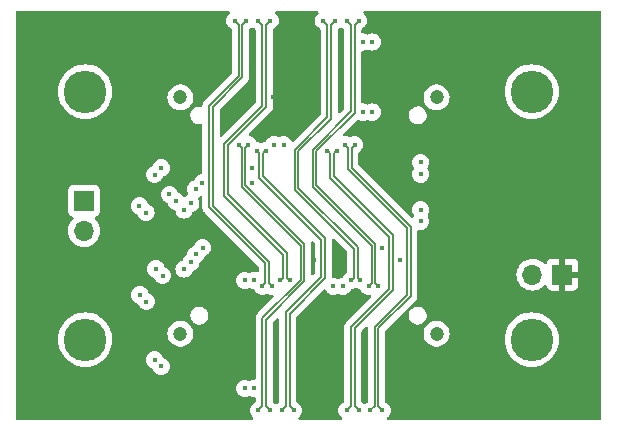
<source format=gbr>
%TF.GenerationSoftware,KiCad,Pcbnew,7.0.2-0*%
%TF.CreationDate,2023-05-25T20:57:36-04:00*%
%TF.ProjectId,szg-c2c-txr4,737a672d-6332-4632-9d74-7872342e6b69,A*%
%TF.SameCoordinates,Original*%
%TF.FileFunction,Copper,L2,Inr*%
%TF.FilePolarity,Positive*%
%FSLAX46Y46*%
G04 Gerber Fmt 4.6, Leading zero omitted, Abs format (unit mm)*
G04 Created by KiCad (PCBNEW 7.0.2-0) date 2023-05-25 20:57:36*
%MOMM*%
%LPD*%
G01*
G04 APERTURE LIST*
%TA.AperFunction,ComponentPad*%
%ADD10R,1.700000X1.700000*%
%TD*%
%TA.AperFunction,ComponentPad*%
%ADD11O,1.700000X1.700000*%
%TD*%
%TA.AperFunction,ComponentPad*%
%ADD12C,3.600000*%
%TD*%
%TA.AperFunction,ComponentPad*%
%ADD13C,1.200000*%
%TD*%
%TA.AperFunction,ViaPad*%
%ADD14C,0.450000*%
%TD*%
%TA.AperFunction,Conductor*%
%ADD15C,0.150000*%
%TD*%
G04 APERTURE END LIST*
D10*
%TO.N,GND*%
%TO.C,J4*%
X173500000Y-114500000D03*
D11*
%TO.N,/SS1*%
X170960000Y-114500000D03*
%TD*%
D12*
%TO.N,unconnected-(H1-Pad1)*%
%TO.C,H1*%
X133090000Y-99000000D03*
%TD*%
%TO.N,unconnected-(H2-Pad1)*%
%TO.C,H2*%
X170910000Y-99000000D03*
%TD*%
%TO.N,unconnected-(H4-Pad1)*%
%TO.C,H4*%
X170910000Y-120000000D03*
%TD*%
%TO.N,unconnected-(H3-Pad1)*%
%TO.C,H3*%
X133090000Y-120000000D03*
%TD*%
D13*
%TO.N,N/C*%
%TO.C,J1*%
X141155000Y-99500000D03*
X162845000Y-99500000D03*
%TD*%
%TO.N,N/C*%
%TO.C,J2*%
X162845000Y-119500000D03*
X141155000Y-119500000D03*
%TD*%
D10*
%TO.N,+5V*%
%TO.C,J3*%
X133000000Y-108250000D03*
D11*
%TO.N,/J2_5V*%
X133000000Y-110790000D03*
%TD*%
D14*
%TO.N,GND*%
X163500000Y-107500000D03*
X152250000Y-93000000D03*
X149750000Y-93000000D03*
X161500000Y-107000000D03*
X159500000Y-120000000D03*
X153250000Y-120000000D03*
X147250000Y-99500000D03*
X152500000Y-113250000D03*
X146500000Y-119500000D03*
X154250000Y-126000000D03*
X149250000Y-120000000D03*
X161250000Y-120000000D03*
X164500000Y-104000000D03*
X159750000Y-99000000D03*
X152750000Y-99500000D03*
X154500000Y-114250000D03*
X161250000Y-99000000D03*
X144750000Y-93000000D03*
X144250000Y-120000000D03*
X172500000Y-109000000D03*
X157250000Y-93000000D03*
X161500000Y-108000000D03*
X154750000Y-120000000D03*
X154750000Y-99500000D03*
X151750000Y-126000000D03*
X159250000Y-126000000D03*
X142750000Y-120000000D03*
X157500000Y-98750000D03*
X172500000Y-106000000D03*
X161500000Y-104000000D03*
X175750000Y-108500000D03*
X163500000Y-112010000D03*
X174000000Y-106250000D03*
X146750000Y-126000000D03*
X142750000Y-99000000D03*
X156750000Y-120000000D03*
X149000000Y-99500000D03*
%TO.N,/J2_RX1+*%
X156400000Y-115000000D03*
X154250000Y-93000000D03*
%TO.N,/J2_RX1-*%
X155600000Y-115000000D03*
X153250000Y-93000000D03*
%TO.N,/J2_RX3+*%
X150400000Y-115000000D03*
X148750000Y-93000000D03*
%TO.N,/J2_RX3-*%
X147750000Y-93000000D03*
X149600000Y-115000000D03*
%TO.N,/J2_RX2+*%
X146750000Y-93000000D03*
X148900000Y-115500000D03*
%TO.N,/J2_RX2-*%
X148100000Y-115500000D03*
X145750000Y-93000000D03*
%TO.N,/J1_RX0+*%
X147750000Y-126000000D03*
X146100000Y-103498408D03*
%TO.N,/J1_RX0-*%
X146900000Y-103498408D03*
X148750000Y-126000000D03*
%TO.N,/J1_RX1+*%
X149750000Y-126000000D03*
X147600000Y-103998408D03*
%TO.N,/J1_RX1-*%
X148400000Y-103998408D03*
X150750000Y-126000000D03*
%TO.N,/J1_RX3+*%
X153600000Y-103998408D03*
X155250000Y-126000000D03*
%TO.N,/J1_RX3-*%
X156250000Y-126000000D03*
X154400000Y-103998408D03*
%TO.N,/J1_RX2+*%
X157250000Y-126000000D03*
X155100000Y-103498408D03*
%TO.N,/J1_RX2-*%
X158250000Y-126000000D03*
X155900000Y-103498408D03*
%TO.N,/J2_REFCLK+*%
X154900000Y-115500000D03*
X161500000Y-109000000D03*
%TO.N,/J2_REFCLK-*%
X161500000Y-110000000D03*
X154100000Y-115500000D03*
%TO.N,/J1_REFCLK-*%
X149900000Y-103500000D03*
X161500000Y-106000000D03*
%TO.N,/J1_REFCLK+*%
X149100000Y-103500000D03*
X161500000Y-105000000D03*
%TO.N,/J2_RX0+*%
X156250000Y-93000000D03*
X157900000Y-115500000D03*
%TO.N,/J2_RX0-*%
X157100000Y-115500000D03*
X155250000Y-93000000D03*
%TO.N,/SCL*%
X147250000Y-106750000D03*
X159750000Y-113250000D03*
%TO.N,/SDA*%
X158250000Y-112250000D03*
X147250000Y-105500000D03*
%TO.N,/S0S1+*%
X138967157Y-106032843D03*
X139078135Y-114015502D03*
%TO.N,/S0S1-*%
X139643821Y-114581188D03*
X139532843Y-105467157D03*
%TO.N,/S2S4+*%
X143013040Y-106707916D03*
X143032843Y-112217157D03*
%TO.N,/S3S5+*%
X137678415Y-108682654D03*
X137717157Y-116217157D03*
%TO.N,/S2S4-*%
X142447354Y-107273602D03*
X142467157Y-112782843D03*
%TO.N,/S3S5-*%
X138282843Y-116782843D03*
X138244101Y-109248340D03*
%TO.N,/S6S8+*%
X142032843Y-108467157D03*
X142032843Y-113467157D03*
%TO.N,/S7S9+*%
X138967157Y-121717157D03*
X140217157Y-107717157D03*
%TO.N,/S6S8-*%
X141467157Y-109032843D03*
X141467157Y-114032843D03*
%TO.N,/S7S9-*%
X139532843Y-122282843D03*
X140782843Y-108282843D03*
%TO.N,/J2_C2P_CLK+*%
X147400000Y-124137046D03*
X156600000Y-100743729D03*
%TO.N,/J1_C2P_CLK+*%
X147400000Y-115000000D03*
X156600000Y-94816240D03*
%TO.N,/J2_C2P_CLK-*%
X146600000Y-124137046D03*
X157400000Y-100743729D03*
%TO.N,/J1_C2P_CLK-*%
X157400000Y-94816240D03*
X146600000Y-115000000D03*
%TD*%
D15*
%TO.N,/J2_RX1+*%
X151150000Y-107187866D02*
X151150000Y-104062134D01*
X153900001Y-93349999D02*
X154250000Y-93000000D01*
X151150000Y-104062134D02*
X153900001Y-101312133D01*
X156400000Y-115000000D02*
X156150000Y-114750000D01*
X153900001Y-101312133D02*
X153900001Y-93349999D01*
X156150000Y-114750000D02*
X156150000Y-112187866D01*
X156150000Y-112187866D02*
X151150000Y-107187866D01*
%TO.N,/J2_RX1-*%
X155600000Y-115000000D02*
X155850000Y-114750000D01*
X150850000Y-107312134D02*
X150850000Y-103937866D01*
X150850000Y-103937866D02*
X153599999Y-101187867D01*
X155850000Y-114750000D02*
X155850000Y-112312134D01*
X155850000Y-112312134D02*
X150850000Y-107312134D01*
X153599999Y-101187867D02*
X153599999Y-93349999D01*
X153599999Y-93349999D02*
X153250000Y-93000000D01*
%TO.N,/J2_RX3+*%
X145150000Y-103562134D02*
X148400001Y-100312133D01*
X150400000Y-115000000D02*
X150150001Y-114750001D01*
X150150001Y-112687867D02*
X145150000Y-107687866D01*
X150150001Y-114750001D02*
X150150001Y-112687867D01*
X148400001Y-93349999D02*
X148750000Y-93000000D01*
X145150000Y-107687866D02*
X145150000Y-103562134D01*
X148400001Y-100312133D02*
X148400001Y-93349999D01*
%TO.N,/J2_RX3-*%
X149849999Y-114750001D02*
X149849999Y-112812133D01*
X144850000Y-107812134D02*
X144850000Y-103437866D01*
X148099999Y-93349999D02*
X147750000Y-93000000D01*
X144850000Y-103437866D02*
X148099999Y-100187867D01*
X148099999Y-100187867D02*
X148099999Y-93349999D01*
X149849999Y-112812133D02*
X144850000Y-107812134D01*
X149600000Y-115000000D02*
X149849999Y-114750001D01*
%TO.N,/J2_RX2+*%
X146400001Y-97812133D02*
X146400001Y-93349999D01*
X143900000Y-100312134D02*
X146400001Y-97812133D01*
X148650001Y-115250001D02*
X148650001Y-113437867D01*
X148650001Y-113437867D02*
X143900000Y-108687866D01*
X143900000Y-108687866D02*
X143900000Y-100312134D01*
X146400001Y-93349999D02*
X146750000Y-93000000D01*
X148900000Y-115500000D02*
X148650001Y-115250001D01*
%TO.N,/J2_RX2-*%
X148349999Y-115250001D02*
X148349999Y-113562133D01*
X146099999Y-97687867D02*
X146099999Y-93349999D01*
X143600000Y-100187866D02*
X146099999Y-97687867D01*
X148100000Y-115500000D02*
X148349999Y-115250001D01*
X148349999Y-113562133D02*
X143600000Y-108812134D01*
X143600000Y-108812134D02*
X143600000Y-100187866D01*
X146099999Y-93349999D02*
X145750000Y-93000000D01*
%TO.N,/J1_RX0+*%
X146349999Y-103748407D02*
X146100000Y-103498408D01*
X151350000Y-112062134D02*
X146349999Y-107062133D01*
X146349999Y-107062133D02*
X146349999Y-103748407D01*
X151350000Y-114937866D02*
X151350000Y-112062134D01*
X148099999Y-118187867D02*
X151350000Y-114937866D01*
X147750000Y-126000000D02*
X148099999Y-125650001D01*
X148099999Y-125650001D02*
X148099999Y-118187867D01*
%TO.N,/J1_RX0-*%
X151650000Y-111937866D02*
X146650001Y-106937867D01*
X151650000Y-115062134D02*
X151650000Y-111937866D01*
X146650001Y-103748407D02*
X146900000Y-103498408D01*
X148400001Y-118312133D02*
X151650000Y-115062134D01*
X146650001Y-106937867D02*
X146650001Y-103748407D01*
X148750000Y-126000000D02*
X148400001Y-125650001D01*
X148400001Y-125650001D02*
X148400001Y-118312133D01*
%TO.N,/J1_RX1+*%
X153100000Y-111562134D02*
X147849999Y-106312133D01*
X149750000Y-126000000D02*
X150099999Y-125650001D01*
X150099999Y-117687867D02*
X153100000Y-114687866D01*
X147849999Y-106312133D02*
X147849999Y-104248407D01*
X147849999Y-104248407D02*
X147600000Y-103998408D01*
X153100000Y-114687866D02*
X153100000Y-111562134D01*
X150099999Y-125650001D02*
X150099999Y-117687867D01*
%TO.N,/J1_RX1-*%
X153400000Y-111437866D02*
X148150001Y-106187867D01*
X153400000Y-114812134D02*
X153400000Y-111437866D01*
X148150001Y-104248407D02*
X148400000Y-103998408D01*
X150400001Y-125650001D02*
X150400001Y-117812133D01*
X150750000Y-126000000D02*
X150400001Y-125650001D01*
X148150001Y-106187867D02*
X148150001Y-104248407D01*
X150400001Y-117812133D02*
X153400000Y-114812134D01*
%TO.N,/J1_RX3+*%
X153849999Y-104248407D02*
X153600000Y-103998408D01*
X155599999Y-118937867D02*
X158850000Y-115687866D01*
X158850000Y-111312134D02*
X153849999Y-106312133D01*
X153849999Y-106312133D02*
X153849999Y-104248407D01*
X155599999Y-125650001D02*
X155599999Y-118937867D01*
X158850000Y-115687866D02*
X158850000Y-111312134D01*
X155250000Y-126000000D02*
X155599999Y-125650001D01*
%TO.N,/J1_RX3-*%
X159150000Y-111187866D02*
X154150001Y-106187867D01*
X154150001Y-104248407D02*
X154400000Y-103998408D01*
X155900001Y-119062133D02*
X159150000Y-115812134D01*
X155900001Y-125650001D02*
X155900001Y-119062133D01*
X159150000Y-115812134D02*
X159150000Y-111187866D01*
X154150001Y-106187867D02*
X154150001Y-104248407D01*
X156250000Y-126000000D02*
X155900001Y-125650001D01*
%TO.N,/J1_RX2+*%
X157600000Y-118937866D02*
X160350000Y-116187866D01*
X160350000Y-116187866D02*
X160350000Y-110562134D01*
X160350000Y-110562134D02*
X155349999Y-105562133D01*
X155349999Y-105562133D02*
X155349999Y-103748407D01*
X157600000Y-125650000D02*
X157600000Y-118937866D01*
X157250000Y-126000000D02*
X157600000Y-125650000D01*
X155349999Y-103748407D02*
X155100000Y-103498408D01*
%TO.N,/J1_RX2-*%
X160650000Y-110437866D02*
X155650001Y-105437867D01*
X160650000Y-116312134D02*
X160650000Y-110437866D01*
X155650001Y-105437867D02*
X155650001Y-103748407D01*
X157900000Y-125650000D02*
X157900000Y-119062134D01*
X157900000Y-119062134D02*
X160650000Y-116312134D01*
X158250000Y-126000000D02*
X157900000Y-125650000D01*
X155650001Y-103748407D02*
X155900000Y-103498408D01*
%TO.N,/J2_RX0+*%
X152650000Y-106937866D02*
X152650000Y-104062134D01*
X157650001Y-111937867D02*
X152650000Y-106937866D01*
X155900001Y-100812133D02*
X155900001Y-93349999D01*
X155900001Y-93349999D02*
X156250000Y-93000000D01*
X152650000Y-104062134D02*
X155900001Y-100812133D01*
X157900000Y-115500000D02*
X157650001Y-115250001D01*
X157650001Y-115250001D02*
X157650001Y-111937867D01*
%TO.N,/J2_RX0-*%
X155599999Y-93349999D02*
X155250000Y-93000000D01*
X152350000Y-107062134D02*
X152350000Y-103937866D01*
X157100000Y-115500000D02*
X157349999Y-115250001D01*
X157349999Y-115250001D02*
X157349999Y-112062133D01*
X157349999Y-112062133D02*
X152350000Y-107062134D01*
X152350000Y-103937866D02*
X155599999Y-100687867D01*
X155599999Y-100687867D02*
X155599999Y-93349999D01*
%TD*%
%TA.AperFunction,Conductor*%
%TO.N,GND*%
G36*
X145295383Y-92220185D02*
G01*
X145341138Y-92272989D01*
X145351082Y-92342147D01*
X145322057Y-92405703D01*
X145295568Y-92428419D01*
X145179193Y-92544794D01*
X145092209Y-92683227D01*
X145038213Y-92837538D01*
X145019908Y-93000000D01*
X145038213Y-93162461D01*
X145092209Y-93316772D01*
X145092211Y-93316775D01*
X145179192Y-93455204D01*
X145294796Y-93570808D01*
X145433225Y-93657789D01*
X145441452Y-93660668D01*
X145498227Y-93701386D01*
X145523977Y-93766338D01*
X145524499Y-93777709D01*
X145524499Y-97398124D01*
X145504814Y-97465163D01*
X145488180Y-97485805D01*
X143225477Y-99748507D01*
X143213285Y-99759200D01*
X143189549Y-99777413D01*
X143167636Y-99805970D01*
X143167624Y-99805986D01*
X143167493Y-99806157D01*
X143167491Y-99806159D01*
X143166391Y-99807594D01*
X143167402Y-99806229D01*
X143166925Y-99806602D01*
X143166388Y-99807598D01*
X143164978Y-99809436D01*
X143097301Y-99897632D01*
X143039313Y-100037630D01*
X143033496Y-100081818D01*
X143024500Y-100150146D01*
X143024500Y-100150151D01*
X143023718Y-100156092D01*
X143021872Y-100170113D01*
X142993604Y-100234009D01*
X142935278Y-100272479D01*
X142870337Y-100274583D01*
X142848890Y-100269500D01*
X142715708Y-100269500D01*
X142712142Y-100269916D01*
X142712138Y-100269917D01*
X142583420Y-100284962D01*
X142416366Y-100345765D01*
X142267830Y-100443458D01*
X142145833Y-100572768D01*
X142056943Y-100726730D01*
X142005955Y-100897043D01*
X141995617Y-101074519D01*
X142011212Y-101162958D01*
X142026489Y-101249599D01*
X142092021Y-101401518D01*
X142096904Y-101412838D01*
X142203067Y-101555439D01*
X142339251Y-101669712D01*
X142339252Y-101669712D01*
X142339254Y-101669714D01*
X142498123Y-101749501D01*
X142498124Y-101749501D01*
X142498126Y-101749502D01*
X142671108Y-101790500D01*
X142671110Y-101790500D01*
X142800694Y-101790500D01*
X142804292Y-101790500D01*
X142807875Y-101790081D01*
X142807878Y-101790081D01*
X142886104Y-101780938D01*
X142954975Y-101792706D01*
X143006551Y-101839841D01*
X143024500Y-101904099D01*
X143024500Y-105865720D01*
X143004815Y-105932759D01*
X142952011Y-105978514D01*
X142914385Y-105988940D01*
X142850578Y-105996129D01*
X142696267Y-106050125D01*
X142557834Y-106137109D01*
X142442233Y-106252710D01*
X142355249Y-106391143D01*
X142316735Y-106501211D01*
X142276014Y-106557987D01*
X142240649Y-106577297D01*
X142130581Y-106615811D01*
X141992148Y-106702795D01*
X141876547Y-106818396D01*
X141789563Y-106956829D01*
X141735567Y-107111140D01*
X141717262Y-107273602D01*
X141735567Y-107436063D01*
X141789564Y-107590377D01*
X141806392Y-107617158D01*
X141825392Y-107684394D01*
X141805024Y-107751229D01*
X141751756Y-107796443D01*
X141742353Y-107800170D01*
X141716070Y-107809366D01*
X141577634Y-107896352D01*
X141576541Y-107897446D01*
X141571606Y-107900140D01*
X141565809Y-107903783D01*
X141565585Y-107903427D01*
X141515217Y-107930928D01*
X141445525Y-107925941D01*
X141389594Y-107884067D01*
X141383876Y-107875742D01*
X141353651Y-107827639D01*
X141238047Y-107712035D01*
X141099618Y-107625054D01*
X141099617Y-107625053D01*
X141099616Y-107625053D01*
X140989546Y-107586537D01*
X140932771Y-107545815D01*
X140913461Y-107510453D01*
X140874946Y-107400382D01*
X140787965Y-107261953D01*
X140672361Y-107146349D01*
X140566634Y-107079916D01*
X140533929Y-107059366D01*
X140379618Y-107005370D01*
X140217157Y-106987065D01*
X140054695Y-107005370D01*
X139900384Y-107059366D01*
X139761951Y-107146350D01*
X139646350Y-107261951D01*
X139559366Y-107400384D01*
X139505370Y-107554695D01*
X139487065Y-107717157D01*
X139505370Y-107879618D01*
X139559366Y-108033929D01*
X139559368Y-108033932D01*
X139646349Y-108172361D01*
X139761953Y-108287965D01*
X139900382Y-108374946D01*
X140010451Y-108413461D01*
X140067227Y-108454182D01*
X140086537Y-108489546D01*
X140121881Y-108590550D01*
X140125054Y-108599618D01*
X140212035Y-108738047D01*
X140327639Y-108853651D01*
X140466068Y-108940632D01*
X140466070Y-108940633D01*
X140620382Y-108994629D01*
X140635939Y-108996382D01*
X140700354Y-109023448D01*
X140739909Y-109081042D01*
X140745277Y-109105719D01*
X140755370Y-109195303D01*
X140809366Y-109349615D01*
X140809368Y-109349618D01*
X140896349Y-109488047D01*
X141011953Y-109603651D01*
X141149644Y-109690168D01*
X141150384Y-109690633D01*
X141304695Y-109744629D01*
X141467157Y-109762934D01*
X141629618Y-109744629D01*
X141783932Y-109690632D01*
X141922361Y-109603651D01*
X142037965Y-109488047D01*
X142124946Y-109349618D01*
X142163462Y-109239544D01*
X142204182Y-109182772D01*
X142239541Y-109163463D01*
X142349618Y-109124946D01*
X142488047Y-109037965D01*
X142603651Y-108922361D01*
X142690632Y-108783932D01*
X142744629Y-108629618D01*
X142762934Y-108467157D01*
X142758815Y-108430599D01*
X142744629Y-108304695D01*
X142690632Y-108150383D01*
X142690632Y-108150382D01*
X142673804Y-108123601D01*
X142654804Y-108056367D01*
X142675171Y-107989531D01*
X142728438Y-107944317D01*
X142737832Y-107940592D01*
X142764129Y-107931391D01*
X142834529Y-107887155D01*
X142901764Y-107868155D01*
X142968599Y-107888522D01*
X143013813Y-107941790D01*
X143024500Y-107992149D01*
X143024500Y-108766294D01*
X143023439Y-108782479D01*
X143019534Y-108812133D01*
X143024500Y-108849848D01*
X143024500Y-108849854D01*
X143039313Y-108962371D01*
X143060307Y-109013055D01*
X143097301Y-109102367D01*
X143166388Y-109192402D01*
X143166391Y-109192405D01*
X143189549Y-109222586D01*
X143213286Y-109240800D01*
X143225480Y-109251494D01*
X147738180Y-113764194D01*
X147771665Y-113825517D01*
X147774499Y-113851875D01*
X147774499Y-114187647D01*
X147754814Y-114254686D01*
X147702010Y-114300441D01*
X147632852Y-114310385D01*
X147609546Y-114304689D01*
X147562460Y-114288213D01*
X147399999Y-114269908D01*
X147237538Y-114288213D01*
X147083225Y-114342210D01*
X147065965Y-114353055D01*
X146998727Y-114372050D01*
X146934028Y-114353052D01*
X146925499Y-114347693D01*
X146916775Y-114342211D01*
X146916772Y-114342209D01*
X146762461Y-114288213D01*
X146599999Y-114269908D01*
X146437538Y-114288213D01*
X146283227Y-114342209D01*
X146144794Y-114429193D01*
X146029193Y-114544794D01*
X145942209Y-114683227D01*
X145888213Y-114837538D01*
X145869908Y-115000000D01*
X145888213Y-115162461D01*
X145942209Y-115316772D01*
X145942211Y-115316775D01*
X146029192Y-115455204D01*
X146144796Y-115570808D01*
X146283225Y-115657789D01*
X146283227Y-115657790D01*
X146437538Y-115711786D01*
X146600000Y-115730091D01*
X146762461Y-115711786D01*
X146916775Y-115657789D01*
X146934027Y-115646948D01*
X147001262Y-115627947D01*
X147065972Y-115646948D01*
X147083224Y-115657789D01*
X147083225Y-115657789D01*
X147237538Y-115711786D01*
X147334942Y-115722761D01*
X147399356Y-115749828D01*
X147438099Y-115805024D01*
X147442210Y-115816774D01*
X147485701Y-115885989D01*
X147529192Y-115955204D01*
X147644796Y-116070808D01*
X147783225Y-116157789D01*
X147783227Y-116157790D01*
X147937538Y-116211786D01*
X148100000Y-116230091D01*
X148262461Y-116211786D01*
X148416775Y-116157789D01*
X148434027Y-116146948D01*
X148501262Y-116127947D01*
X148565972Y-116146948D01*
X148583224Y-116157789D01*
X148583225Y-116157789D01*
X148737538Y-116211786D01*
X148899997Y-116230091D01*
X148899998Y-116230090D01*
X148900000Y-116230091D01*
X148935417Y-116226100D01*
X149004238Y-116238153D01*
X149055618Y-116285501D01*
X149073244Y-116353111D01*
X149051519Y-116419518D01*
X149036983Y-116437001D01*
X147725476Y-117748508D01*
X147713284Y-117759201D01*
X147689548Y-117777414D01*
X147666390Y-117807595D01*
X147666387Y-117807599D01*
X147618463Y-117870055D01*
X147597300Y-117897635D01*
X147539312Y-118037631D01*
X147524499Y-118150147D01*
X147524499Y-118150153D01*
X147519533Y-118187866D01*
X147523438Y-118217520D01*
X147524499Y-118233706D01*
X147524499Y-123282226D01*
X147504814Y-123349265D01*
X147452010Y-123395020D01*
X147413409Y-123401182D01*
X147413884Y-123405390D01*
X147237538Y-123425259D01*
X147083226Y-123479256D01*
X147065969Y-123490099D01*
X146998732Y-123509097D01*
X146934031Y-123490099D01*
X146916773Y-123479256D01*
X146762461Y-123425259D01*
X146600000Y-123406954D01*
X146437538Y-123425259D01*
X146283227Y-123479255D01*
X146144794Y-123566239D01*
X146029193Y-123681840D01*
X145942209Y-123820273D01*
X145888213Y-123974584D01*
X145869908Y-124137046D01*
X145888213Y-124299507D01*
X145942209Y-124453818D01*
X145942211Y-124453821D01*
X146029192Y-124592250D01*
X146144796Y-124707854D01*
X146283225Y-124794835D01*
X146283227Y-124794836D01*
X146437538Y-124848832D01*
X146600000Y-124867137D01*
X146762461Y-124848832D01*
X146916775Y-124794835D01*
X146934027Y-124783994D01*
X147001262Y-124764993D01*
X147065972Y-124783994D01*
X147083225Y-124794834D01*
X147083225Y-124794835D01*
X147237538Y-124848832D01*
X147413884Y-124868702D01*
X147413361Y-124873341D01*
X147455267Y-124880615D01*
X147506719Y-124927885D01*
X147524499Y-124991865D01*
X147524499Y-125222289D01*
X147504814Y-125289328D01*
X147452010Y-125335083D01*
X147441458Y-125339329D01*
X147433225Y-125342209D01*
X147294795Y-125429192D01*
X147179193Y-125544794D01*
X147092209Y-125683227D01*
X147038213Y-125837538D01*
X147019908Y-126000000D01*
X147038213Y-126162461D01*
X147092209Y-126316772D01*
X147179193Y-126455205D01*
X147304675Y-126580687D01*
X147303956Y-126581405D01*
X147340608Y-126622843D01*
X147351255Y-126691897D01*
X147322879Y-126755745D01*
X147264488Y-126794115D01*
X147228344Y-126799500D01*
X127324500Y-126799500D01*
X127257461Y-126779815D01*
X127211706Y-126727011D01*
X127200500Y-126675500D01*
X127200500Y-120000000D01*
X130784564Y-120000000D01*
X130784828Y-120004027D01*
X130784828Y-120004043D01*
X130800594Y-120244579D01*
X130804287Y-120300920D01*
X130805077Y-120304891D01*
X130805078Y-120304899D01*
X130862327Y-120592707D01*
X130862329Y-120592714D01*
X130863120Y-120596691D01*
X130960055Y-120882252D01*
X130961850Y-120885893D01*
X130961851Y-120885894D01*
X131090293Y-121146350D01*
X131093434Y-121152718D01*
X131260975Y-121403461D01*
X131459811Y-121630189D01*
X131686539Y-121829025D01*
X131937282Y-121996566D01*
X132207748Y-122129945D01*
X132493309Y-122226880D01*
X132789080Y-122285713D01*
X133090000Y-122305436D01*
X133390920Y-122285713D01*
X133686691Y-122226880D01*
X133972252Y-122129945D01*
X134242718Y-121996566D01*
X134493461Y-121829025D01*
X134621023Y-121717156D01*
X138237065Y-121717156D01*
X138255370Y-121879618D01*
X138309366Y-122033929D01*
X138309368Y-122033932D01*
X138396349Y-122172361D01*
X138511953Y-122287965D01*
X138650382Y-122374946D01*
X138760451Y-122413461D01*
X138817227Y-122454182D01*
X138836537Y-122489546D01*
X138875053Y-122599615D01*
X138875054Y-122599618D01*
X138962035Y-122738047D01*
X139077639Y-122853651D01*
X139216068Y-122940632D01*
X139216070Y-122940633D01*
X139370381Y-122994629D01*
X139532842Y-123012934D01*
X139532842Y-123012933D01*
X139532843Y-123012934D01*
X139695304Y-122994629D01*
X139849618Y-122940632D01*
X139988047Y-122853651D01*
X140103651Y-122738047D01*
X140190632Y-122599618D01*
X140244629Y-122445304D01*
X140262934Y-122282843D01*
X140256629Y-122226880D01*
X140244629Y-122120381D01*
X140190633Y-121966070D01*
X140190632Y-121966068D01*
X140103651Y-121827639D01*
X139988047Y-121712035D01*
X139849618Y-121625054D01*
X139849617Y-121625053D01*
X139849616Y-121625053D01*
X139739546Y-121586537D01*
X139682771Y-121545815D01*
X139663461Y-121510453D01*
X139624946Y-121400382D01*
X139537965Y-121261953D01*
X139422361Y-121146349D01*
X139283932Y-121059368D01*
X139283929Y-121059366D01*
X139129618Y-121005370D01*
X138967157Y-120987065D01*
X138804695Y-121005370D01*
X138650384Y-121059366D01*
X138511951Y-121146350D01*
X138396350Y-121261951D01*
X138309366Y-121400384D01*
X138255370Y-121554695D01*
X138237065Y-121717156D01*
X134621023Y-121717156D01*
X134720189Y-121630189D01*
X134919025Y-121403461D01*
X135086566Y-121152718D01*
X135219945Y-120882252D01*
X135316880Y-120596691D01*
X135375713Y-120300920D01*
X135395436Y-120000000D01*
X135375713Y-119699080D01*
X135336113Y-119500000D01*
X140049785Y-119500000D01*
X140068602Y-119703083D01*
X140124418Y-119899251D01*
X140215324Y-120081818D01*
X140338236Y-120244580D01*
X140488958Y-120381981D01*
X140662361Y-120489347D01*
X140662363Y-120489348D01*
X140852544Y-120563024D01*
X141053024Y-120600500D01*
X141053026Y-120600500D01*
X141256974Y-120600500D01*
X141256976Y-120600500D01*
X141457456Y-120563024D01*
X141647637Y-120489348D01*
X141821041Y-120381981D01*
X141971764Y-120244579D01*
X142094673Y-120081821D01*
X142094673Y-120081819D01*
X142094675Y-120081818D01*
X142140313Y-119990161D01*
X142185582Y-119899250D01*
X142241397Y-119703083D01*
X142260215Y-119500000D01*
X142241397Y-119296917D01*
X142237959Y-119284835D01*
X142219200Y-119218904D01*
X142185582Y-119100750D01*
X142185209Y-119100001D01*
X142094675Y-118918181D01*
X141971763Y-118755419D01*
X141821041Y-118618018D01*
X141647638Y-118510652D01*
X141457457Y-118436976D01*
X141390629Y-118424483D01*
X141256976Y-118399500D01*
X141053024Y-118399500D01*
X140952783Y-118418238D01*
X140852542Y-118436976D01*
X140662361Y-118510652D01*
X140488958Y-118618018D01*
X140338236Y-118755419D01*
X140215324Y-118918181D01*
X140124418Y-119100748D01*
X140068602Y-119296916D01*
X140049785Y-119500000D01*
X135336113Y-119500000D01*
X135316880Y-119403309D01*
X135219945Y-119117748D01*
X135086566Y-118847282D01*
X135025186Y-118755421D01*
X134981140Y-118689501D01*
X134919025Y-118596539D01*
X134720189Y-118369811D01*
X134493461Y-118170975D01*
X134462299Y-118150153D01*
X134259309Y-118014519D01*
X141995617Y-118014519D01*
X142011212Y-118102958D01*
X142026489Y-118189599D01*
X142062581Y-118273269D01*
X142096904Y-118352838D01*
X142203067Y-118495439D01*
X142339251Y-118609712D01*
X142339252Y-118609712D01*
X142339254Y-118609714D01*
X142498123Y-118689501D01*
X142498124Y-118689501D01*
X142498126Y-118689502D01*
X142671108Y-118730500D01*
X142671110Y-118730500D01*
X142800694Y-118730500D01*
X142804292Y-118730500D01*
X142936577Y-118715038D01*
X143103635Y-118654234D01*
X143252168Y-118556543D01*
X143374167Y-118427231D01*
X143463057Y-118273269D01*
X143514045Y-118102958D01*
X143524382Y-117925480D01*
X143493511Y-117750401D01*
X143423096Y-117587162D01*
X143316933Y-117444561D01*
X143244114Y-117383458D01*
X143180748Y-117330287D01*
X143021873Y-117250497D01*
X142848892Y-117209500D01*
X142848890Y-117209500D01*
X142715708Y-117209500D01*
X142712142Y-117209916D01*
X142712138Y-117209917D01*
X142583420Y-117224962D01*
X142416366Y-117285765D01*
X142267830Y-117383458D01*
X142145833Y-117512768D01*
X142056943Y-117666730D01*
X142042469Y-117715078D01*
X142025330Y-117772327D01*
X142005955Y-117837043D01*
X141995617Y-118014519D01*
X134259309Y-118014519D01*
X134246092Y-118005688D01*
X134246087Y-118005685D01*
X134242718Y-118003434D01*
X134239082Y-118001641D01*
X134239077Y-118001638D01*
X133975894Y-117871851D01*
X133975893Y-117871850D01*
X133972252Y-117870055D01*
X133686691Y-117773120D01*
X133682714Y-117772329D01*
X133682707Y-117772327D01*
X133394899Y-117715078D01*
X133394891Y-117715077D01*
X133390920Y-117714287D01*
X133090000Y-117694564D01*
X133085957Y-117694829D01*
X132793122Y-117714022D01*
X132793120Y-117714022D01*
X132789080Y-117714287D01*
X132785110Y-117715076D01*
X132785100Y-117715078D01*
X132497292Y-117772327D01*
X132497281Y-117772329D01*
X132493309Y-117773120D01*
X132489466Y-117774424D01*
X132489464Y-117774425D01*
X132211594Y-117868749D01*
X132211587Y-117868751D01*
X132207748Y-117870055D01*
X132204111Y-117871848D01*
X132204105Y-117871851D01*
X131940922Y-118001638D01*
X131940910Y-118001644D01*
X131937282Y-118003434D01*
X131933919Y-118005681D01*
X131933907Y-118005688D01*
X131689920Y-118168715D01*
X131689911Y-118168721D01*
X131686539Y-118170975D01*
X131683488Y-118173650D01*
X131683481Y-118173656D01*
X131462859Y-118367137D01*
X131462851Y-118367144D01*
X131459811Y-118369811D01*
X131457144Y-118372851D01*
X131457137Y-118372859D01*
X131263656Y-118593481D01*
X131263650Y-118593488D01*
X131260975Y-118596539D01*
X131258721Y-118599911D01*
X131258715Y-118599920D01*
X131095688Y-118843907D01*
X131095681Y-118843919D01*
X131093434Y-118847282D01*
X131091644Y-118850910D01*
X131091638Y-118850922D01*
X130961851Y-119114105D01*
X130961848Y-119114111D01*
X130960055Y-119117748D01*
X130958751Y-119121587D01*
X130958749Y-119121594D01*
X130864425Y-119399464D01*
X130863120Y-119403309D01*
X130862329Y-119407281D01*
X130862327Y-119407292D01*
X130805078Y-119695100D01*
X130805076Y-119695110D01*
X130804287Y-119699080D01*
X130804022Y-119703120D01*
X130804022Y-119703122D01*
X130784828Y-119995956D01*
X130784828Y-119995972D01*
X130784564Y-120000000D01*
X127200500Y-120000000D01*
X127200500Y-116217156D01*
X136987065Y-116217156D01*
X137005370Y-116379618D01*
X137059366Y-116533929D01*
X137059368Y-116533932D01*
X137146349Y-116672361D01*
X137261953Y-116787965D01*
X137400382Y-116874946D01*
X137510451Y-116913461D01*
X137567227Y-116954182D01*
X137586537Y-116989546D01*
X137625053Y-117099615D01*
X137625054Y-117099618D01*
X137712035Y-117238047D01*
X137827639Y-117353651D01*
X137966068Y-117440632D01*
X137966070Y-117440633D01*
X138120381Y-117494629D01*
X138282842Y-117512934D01*
X138282842Y-117512933D01*
X138282843Y-117512934D01*
X138445304Y-117494629D01*
X138599618Y-117440632D01*
X138738047Y-117353651D01*
X138853651Y-117238047D01*
X138940632Y-117099618D01*
X138994629Y-116945304D01*
X139012934Y-116782843D01*
X139004580Y-116708694D01*
X138994629Y-116620381D01*
X138940633Y-116466070D01*
X138922368Y-116437001D01*
X138853651Y-116327639D01*
X138738047Y-116212035D01*
X138599618Y-116125054D01*
X138599617Y-116125053D01*
X138599616Y-116125053D01*
X138489546Y-116086537D01*
X138432771Y-116045815D01*
X138413461Y-116010453D01*
X138374946Y-115900382D01*
X138287965Y-115761953D01*
X138172361Y-115646349D01*
X138033932Y-115559368D01*
X138033929Y-115559366D01*
X137879618Y-115505370D01*
X137717157Y-115487065D01*
X137554695Y-115505370D01*
X137400384Y-115559366D01*
X137261951Y-115646350D01*
X137146350Y-115761951D01*
X137059366Y-115900384D01*
X137005370Y-116054695D01*
X136987065Y-116217156D01*
X127200500Y-116217156D01*
X127200500Y-114015501D01*
X138348043Y-114015501D01*
X138366348Y-114177963D01*
X138420344Y-114332274D01*
X138431240Y-114349615D01*
X138507327Y-114470706D01*
X138622931Y-114586310D01*
X138761360Y-114673291D01*
X138871429Y-114711806D01*
X138928205Y-114752527D01*
X138947515Y-114787891D01*
X138986031Y-114897960D01*
X138986032Y-114897963D01*
X139073013Y-115036392D01*
X139188617Y-115151996D01*
X139327046Y-115238977D01*
X139327048Y-115238978D01*
X139481359Y-115292974D01*
X139643821Y-115311279D01*
X139806282Y-115292974D01*
X139960596Y-115238977D01*
X140099025Y-115151996D01*
X140214629Y-115036392D01*
X140301610Y-114897963D01*
X140355607Y-114743649D01*
X140373912Y-114581188D01*
X140355607Y-114418727D01*
X140348397Y-114398123D01*
X140301611Y-114264415D01*
X140295498Y-114254686D01*
X140214629Y-114125984D01*
X140121488Y-114032843D01*
X140737065Y-114032843D01*
X140755370Y-114195304D01*
X140809366Y-114349615D01*
X140809368Y-114349618D01*
X140896349Y-114488047D01*
X141011953Y-114603651D01*
X141150382Y-114690632D01*
X141150384Y-114690633D01*
X141304695Y-114744629D01*
X141467157Y-114762934D01*
X141629618Y-114744629D01*
X141783932Y-114690632D01*
X141922361Y-114603651D01*
X142037965Y-114488047D01*
X142124946Y-114349618D01*
X142163462Y-114239544D01*
X142204182Y-114182772D01*
X142239541Y-114163463D01*
X142349618Y-114124946D01*
X142488047Y-114037965D01*
X142603651Y-113922361D01*
X142690632Y-113783932D01*
X142744629Y-113629618D01*
X142748484Y-113595405D01*
X142757865Y-113512148D01*
X142784932Y-113447734D01*
X142815106Y-113421043D01*
X142922361Y-113353651D01*
X143037965Y-113238047D01*
X143124946Y-113099618D01*
X143163462Y-112989544D01*
X143204182Y-112932772D01*
X143239541Y-112913463D01*
X143349618Y-112874946D01*
X143488047Y-112787965D01*
X143603651Y-112672361D01*
X143690632Y-112533932D01*
X143744629Y-112379618D01*
X143762934Y-112217157D01*
X143754878Y-112145659D01*
X143744629Y-112054695D01*
X143690633Y-111900384D01*
X143690484Y-111900147D01*
X143603651Y-111761953D01*
X143488047Y-111646349D01*
X143349618Y-111559368D01*
X143349615Y-111559366D01*
X143195304Y-111505370D01*
X143032842Y-111487065D01*
X142870381Y-111505370D01*
X142716070Y-111559366D01*
X142577637Y-111646350D01*
X142462036Y-111761951D01*
X142375052Y-111900384D01*
X142336538Y-112010452D01*
X142295817Y-112067228D01*
X142260452Y-112086538D01*
X142150384Y-112125052D01*
X142011951Y-112212036D01*
X141896350Y-112327637D01*
X141809366Y-112466070D01*
X141755370Y-112620381D01*
X141742135Y-112737850D01*
X141715068Y-112802264D01*
X141684888Y-112828959D01*
X141577638Y-112896349D01*
X141462036Y-113011951D01*
X141375052Y-113150384D01*
X141336538Y-113260452D01*
X141295817Y-113317228D01*
X141260452Y-113336538D01*
X141150384Y-113375052D01*
X141011951Y-113462036D01*
X140896350Y-113577637D01*
X140809366Y-113716070D01*
X140755370Y-113870381D01*
X140737065Y-114032843D01*
X140121488Y-114032843D01*
X140099025Y-114010380D01*
X139960596Y-113923399D01*
X139960595Y-113923398D01*
X139960594Y-113923398D01*
X139850524Y-113884882D01*
X139793749Y-113844160D01*
X139774439Y-113808798D01*
X139735924Y-113698727D01*
X139648943Y-113560298D01*
X139533339Y-113444694D01*
X139394910Y-113357713D01*
X139394907Y-113357711D01*
X139240596Y-113303715D01*
X139078135Y-113285410D01*
X138915673Y-113303715D01*
X138761362Y-113357711D01*
X138622929Y-113444695D01*
X138507328Y-113560296D01*
X138420344Y-113698729D01*
X138366348Y-113853040D01*
X138348043Y-114015501D01*
X127200500Y-114015501D01*
X127200500Y-110789999D01*
X131644340Y-110789999D01*
X131664936Y-111025407D01*
X131698360Y-111150146D01*
X131726097Y-111253663D01*
X131825965Y-111467830D01*
X131961505Y-111661401D01*
X132128599Y-111828495D01*
X132322170Y-111964035D01*
X132536337Y-112063903D01*
X132764592Y-112125063D01*
X133000000Y-112145659D01*
X133235408Y-112125063D01*
X133463663Y-112063903D01*
X133677830Y-111964035D01*
X133871401Y-111828495D01*
X134038495Y-111661401D01*
X134174035Y-111467830D01*
X134273903Y-111253663D01*
X134335063Y-111025408D01*
X134355659Y-110790000D01*
X134335063Y-110554592D01*
X134273903Y-110326337D01*
X134174035Y-110112171D01*
X134038495Y-109918599D01*
X133916569Y-109796673D01*
X133883084Y-109735350D01*
X133888068Y-109665658D01*
X133929940Y-109609725D01*
X133960915Y-109592810D01*
X134092331Y-109543796D01*
X134207546Y-109457546D01*
X134293796Y-109342331D01*
X134344091Y-109207483D01*
X134350500Y-109147873D01*
X134350500Y-108682654D01*
X136948323Y-108682654D01*
X136966628Y-108845115D01*
X137020624Y-108999426D01*
X137029188Y-109013055D01*
X137107607Y-109137858D01*
X137223211Y-109253462D01*
X137361640Y-109340443D01*
X137471709Y-109378958D01*
X137528485Y-109419679D01*
X137547795Y-109455043D01*
X137578852Y-109543796D01*
X137586312Y-109565115D01*
X137673293Y-109703544D01*
X137788897Y-109819148D01*
X137927326Y-109906129D01*
X137927328Y-109906130D01*
X138081639Y-109960126D01*
X138244100Y-109978431D01*
X138244100Y-109978430D01*
X138244101Y-109978431D01*
X138406562Y-109960126D01*
X138560876Y-109906129D01*
X138699305Y-109819148D01*
X138814909Y-109703544D01*
X138901890Y-109565115D01*
X138955887Y-109410801D01*
X138974192Y-109248340D01*
X138973900Y-109245743D01*
X138955887Y-109085878D01*
X138901891Y-108931567D01*
X138896107Y-108922362D01*
X138814909Y-108793136D01*
X138699305Y-108677532D01*
X138560876Y-108590551D01*
X138560875Y-108590550D01*
X138560874Y-108590550D01*
X138450804Y-108552034D01*
X138394029Y-108511312D01*
X138374719Y-108475950D01*
X138336204Y-108365879D01*
X138249223Y-108227450D01*
X138133619Y-108111846D01*
X137995190Y-108024865D01*
X137995187Y-108024863D01*
X137840876Y-107970867D01*
X137678415Y-107952562D01*
X137515953Y-107970867D01*
X137361642Y-108024863D01*
X137223209Y-108111847D01*
X137107608Y-108227448D01*
X137020624Y-108365881D01*
X136966628Y-108520192D01*
X136948323Y-108682654D01*
X134350500Y-108682654D01*
X134350499Y-107352128D01*
X134344091Y-107292517D01*
X134293796Y-107157669D01*
X134207546Y-107042454D01*
X134092331Y-106956204D01*
X133957483Y-106905909D01*
X133897873Y-106899500D01*
X133894550Y-106899500D01*
X132105439Y-106899500D01*
X132105420Y-106899500D01*
X132102128Y-106899501D01*
X132098848Y-106899853D01*
X132098840Y-106899854D01*
X132042515Y-106905909D01*
X131907669Y-106956204D01*
X131792454Y-107042454D01*
X131706204Y-107157668D01*
X131655910Y-107292515D01*
X131655909Y-107292517D01*
X131649500Y-107352127D01*
X131649500Y-107355448D01*
X131649500Y-107355449D01*
X131649500Y-109144560D01*
X131649500Y-109144578D01*
X131649501Y-109147872D01*
X131649853Y-109151152D01*
X131649854Y-109151159D01*
X131655909Y-109207484D01*
X131661542Y-109222586D01*
X131706204Y-109342331D01*
X131792454Y-109457546D01*
X131907669Y-109543796D01*
X132019907Y-109585658D01*
X132039082Y-109592810D01*
X132095016Y-109634681D01*
X132119433Y-109700146D01*
X132104581Y-109768419D01*
X132083431Y-109796673D01*
X131961503Y-109918601D01*
X131825965Y-110112170D01*
X131726097Y-110326336D01*
X131664936Y-110554592D01*
X131644340Y-110789999D01*
X127200500Y-110789999D01*
X127200500Y-106032843D01*
X138237065Y-106032843D01*
X138255370Y-106195304D01*
X138309366Y-106349615D01*
X138309368Y-106349618D01*
X138396349Y-106488047D01*
X138511953Y-106603651D01*
X138650382Y-106690632D01*
X138650384Y-106690633D01*
X138804695Y-106744629D01*
X138967157Y-106762934D01*
X139129618Y-106744629D01*
X139283932Y-106690632D01*
X139422361Y-106603651D01*
X139537965Y-106488047D01*
X139624946Y-106349618D01*
X139663462Y-106239544D01*
X139704182Y-106182772D01*
X139739541Y-106163463D01*
X139849618Y-106124946D01*
X139988047Y-106037965D01*
X140103651Y-105922361D01*
X140190632Y-105783932D01*
X140244629Y-105629618D01*
X140262934Y-105467157D01*
X140259201Y-105434026D01*
X140244629Y-105304695D01*
X140190633Y-105150384D01*
X140189213Y-105148124D01*
X140103651Y-105011953D01*
X139988047Y-104896349D01*
X139849618Y-104809368D01*
X139849615Y-104809366D01*
X139695304Y-104755370D01*
X139532843Y-104737065D01*
X139370381Y-104755370D01*
X139216070Y-104809366D01*
X139077637Y-104896350D01*
X138962036Y-105011951D01*
X138875052Y-105150384D01*
X138836538Y-105260452D01*
X138795817Y-105317228D01*
X138760452Y-105336538D01*
X138650384Y-105375052D01*
X138511951Y-105462036D01*
X138396350Y-105577637D01*
X138309366Y-105716070D01*
X138255370Y-105870381D01*
X138237065Y-106032843D01*
X127200500Y-106032843D01*
X127200500Y-99000000D01*
X130784564Y-99000000D01*
X130784828Y-99004027D01*
X130784828Y-99004043D01*
X130791167Y-99100748D01*
X130804287Y-99300920D01*
X130805077Y-99304891D01*
X130805078Y-99304899D01*
X130862327Y-99592707D01*
X130862329Y-99592714D01*
X130863120Y-99596691D01*
X130960055Y-99882252D01*
X130961850Y-99885893D01*
X130961851Y-99885894D01*
X131086290Y-100138233D01*
X131093434Y-100152718D01*
X131095685Y-100156087D01*
X131095688Y-100156092D01*
X131258715Y-100400079D01*
X131260975Y-100403461D01*
X131459811Y-100630189D01*
X131686539Y-100829025D01*
X131689921Y-100831284D01*
X131689920Y-100831284D01*
X131920690Y-100985480D01*
X131937282Y-100996566D01*
X132207748Y-101129945D01*
X132493309Y-101226880D01*
X132789080Y-101285713D01*
X133090000Y-101305436D01*
X133390920Y-101285713D01*
X133686691Y-101226880D01*
X133972252Y-101129945D01*
X134242718Y-100996566D01*
X134493461Y-100829025D01*
X134720189Y-100630189D01*
X134919025Y-100403461D01*
X135086566Y-100152718D01*
X135219945Y-99882252D01*
X135316880Y-99596691D01*
X135336113Y-99500000D01*
X140049785Y-99500000D01*
X140068602Y-99703083D01*
X140124418Y-99899251D01*
X140215324Y-100081818D01*
X140338236Y-100244580D01*
X140488958Y-100381981D01*
X140618790Y-100462369D01*
X140662363Y-100489348D01*
X140852544Y-100563024D01*
X141053024Y-100600500D01*
X141053026Y-100600500D01*
X141256974Y-100600500D01*
X141256976Y-100600500D01*
X141457456Y-100563024D01*
X141647637Y-100489348D01*
X141821041Y-100381981D01*
X141899455Y-100310497D01*
X141971763Y-100244580D01*
X141986111Y-100225580D01*
X142094673Y-100081821D01*
X142094673Y-100081819D01*
X142094675Y-100081818D01*
X142158978Y-99952678D01*
X142185582Y-99899250D01*
X142241397Y-99703083D01*
X142260215Y-99500000D01*
X142241397Y-99296917D01*
X142185582Y-99100750D01*
X142135415Y-99000000D01*
X142094675Y-98918181D01*
X141971763Y-98755419D01*
X141821041Y-98618018D01*
X141647638Y-98510652D01*
X141457457Y-98436976D01*
X141390629Y-98424484D01*
X141256976Y-98399500D01*
X141053024Y-98399500D01*
X140952783Y-98418238D01*
X140852542Y-98436976D01*
X140662361Y-98510652D01*
X140488958Y-98618018D01*
X140338236Y-98755419D01*
X140215324Y-98918181D01*
X140124418Y-99100748D01*
X140068602Y-99296916D01*
X140049785Y-99500000D01*
X135336113Y-99500000D01*
X135375713Y-99300920D01*
X135395436Y-99000000D01*
X135375713Y-98699080D01*
X135316880Y-98403309D01*
X135219945Y-98117748D01*
X135086566Y-97847282D01*
X134919025Y-97596539D01*
X134720189Y-97369811D01*
X134493461Y-97170975D01*
X134490079Y-97168715D01*
X134246092Y-97005688D01*
X134246087Y-97005685D01*
X134242718Y-97003434D01*
X134239082Y-97001641D01*
X134239077Y-97001638D01*
X133975894Y-96871851D01*
X133975893Y-96871850D01*
X133972252Y-96870055D01*
X133686691Y-96773120D01*
X133682714Y-96772329D01*
X133682707Y-96772327D01*
X133394899Y-96715078D01*
X133394891Y-96715077D01*
X133390920Y-96714287D01*
X133090000Y-96694564D01*
X133085957Y-96694829D01*
X132793122Y-96714022D01*
X132793120Y-96714022D01*
X132789080Y-96714287D01*
X132785110Y-96715076D01*
X132785100Y-96715078D01*
X132497292Y-96772327D01*
X132497281Y-96772329D01*
X132493309Y-96773120D01*
X132489466Y-96774424D01*
X132489464Y-96774425D01*
X132211594Y-96868749D01*
X132211587Y-96868751D01*
X132207748Y-96870055D01*
X132204111Y-96871848D01*
X132204105Y-96871851D01*
X131940922Y-97001638D01*
X131940910Y-97001644D01*
X131937282Y-97003434D01*
X131933919Y-97005681D01*
X131933907Y-97005688D01*
X131689920Y-97168715D01*
X131689911Y-97168721D01*
X131686539Y-97170975D01*
X131683488Y-97173650D01*
X131683481Y-97173656D01*
X131462859Y-97367137D01*
X131462851Y-97367144D01*
X131459811Y-97369811D01*
X131457144Y-97372851D01*
X131457137Y-97372859D01*
X131263656Y-97593481D01*
X131263650Y-97593488D01*
X131260975Y-97596539D01*
X131258721Y-97599911D01*
X131258715Y-97599920D01*
X131095688Y-97843907D01*
X131095681Y-97843919D01*
X131093434Y-97847282D01*
X131091644Y-97850910D01*
X131091638Y-97850922D01*
X130961851Y-98114105D01*
X130961848Y-98114111D01*
X130960055Y-98117748D01*
X130958751Y-98121587D01*
X130958749Y-98121594D01*
X130924468Y-98222584D01*
X130863120Y-98403309D01*
X130862329Y-98407281D01*
X130862327Y-98407292D01*
X130805078Y-98695100D01*
X130805076Y-98695110D01*
X130804287Y-98699080D01*
X130804022Y-98703120D01*
X130804022Y-98703122D01*
X130784828Y-98995956D01*
X130784828Y-98995972D01*
X130784564Y-99000000D01*
X127200500Y-99000000D01*
X127200500Y-92324500D01*
X127220185Y-92257461D01*
X127272989Y-92211706D01*
X127324500Y-92200500D01*
X145228344Y-92200500D01*
X145295383Y-92220185D01*
G37*
%TD.AperFunction*%
%TA.AperFunction,Conductor*%
G36*
X156065972Y-115646948D02*
G01*
X156083224Y-115657789D01*
X156083225Y-115657789D01*
X156237538Y-115711786D01*
X156334942Y-115722761D01*
X156399356Y-115749828D01*
X156438099Y-115805024D01*
X156442210Y-115816774D01*
X156485701Y-115885989D01*
X156529192Y-115955204D01*
X156644796Y-116070808D01*
X156783225Y-116157789D01*
X156783227Y-116157790D01*
X156937538Y-116211786D01*
X157099999Y-116230091D01*
X157099999Y-116230090D01*
X157100000Y-116230091D01*
X157191767Y-116219751D01*
X157260588Y-116231805D01*
X157311968Y-116279153D01*
X157329593Y-116346764D01*
X157307867Y-116413170D01*
X157293332Y-116430652D01*
X155225476Y-118498508D01*
X155213284Y-118509201D01*
X155189548Y-118527414D01*
X155166390Y-118557595D01*
X155166387Y-118557599D01*
X155097019Y-118647999D01*
X155095743Y-118651392D01*
X155039312Y-118787629D01*
X155024499Y-118900147D01*
X155024499Y-118900153D01*
X155019533Y-118937866D01*
X155023438Y-118967520D01*
X155024499Y-118983706D01*
X155024499Y-125222289D01*
X155004814Y-125289328D01*
X154952010Y-125335083D01*
X154941458Y-125339329D01*
X154933225Y-125342209D01*
X154794795Y-125429192D01*
X154679193Y-125544794D01*
X154592209Y-125683227D01*
X154538213Y-125837538D01*
X154519908Y-126000000D01*
X154538213Y-126162461D01*
X154592209Y-126316772D01*
X154679193Y-126455205D01*
X154804675Y-126580687D01*
X154803956Y-126581405D01*
X154840608Y-126622843D01*
X154851255Y-126691897D01*
X154822879Y-126755745D01*
X154764488Y-126794115D01*
X154728344Y-126799500D01*
X151271656Y-126799500D01*
X151204617Y-126779815D01*
X151158862Y-126727011D01*
X151148918Y-126657853D01*
X151177943Y-126594297D01*
X151204431Y-126571580D01*
X151205201Y-126570809D01*
X151205204Y-126570808D01*
X151320808Y-126455204D01*
X151407789Y-126316775D01*
X151461786Y-126162461D01*
X151480091Y-126000000D01*
X151461786Y-125837539D01*
X151407789Y-125683225D01*
X151320808Y-125544796D01*
X151205204Y-125429192D01*
X151184028Y-125415886D01*
X151066774Y-125342209D01*
X151058542Y-125339329D01*
X151001768Y-125298605D01*
X150976023Y-125233652D01*
X150975501Y-125222289D01*
X150975501Y-118101874D01*
X150995186Y-118034835D01*
X151011815Y-118014198D01*
X153242365Y-115783647D01*
X153303686Y-115750164D01*
X153373378Y-115755148D01*
X153429311Y-115797020D01*
X153435038Y-115805358D01*
X153442210Y-115816772D01*
X153442211Y-115816775D01*
X153529192Y-115955204D01*
X153644796Y-116070808D01*
X153783225Y-116157789D01*
X153783227Y-116157790D01*
X153937538Y-116211786D01*
X154100000Y-116230091D01*
X154262461Y-116211786D01*
X154416775Y-116157789D01*
X154434027Y-116146948D01*
X154501262Y-116127947D01*
X154565972Y-116146948D01*
X154583224Y-116157789D01*
X154583225Y-116157789D01*
X154737538Y-116211786D01*
X154900000Y-116230091D01*
X155062461Y-116211786D01*
X155216775Y-116157789D01*
X155355204Y-116070808D01*
X155470808Y-115955204D01*
X155557789Y-115816775D01*
X155561899Y-115805027D01*
X155602619Y-115748252D01*
X155665057Y-115722761D01*
X155762461Y-115711786D01*
X155775601Y-115707188D01*
X155916775Y-115657789D01*
X155934027Y-115646948D01*
X156001262Y-115627947D01*
X156065972Y-115646948D01*
G37*
%TD.AperFunction*%
%TA.AperFunction,Conductor*%
G36*
X152795383Y-92220185D02*
G01*
X152841138Y-92272989D01*
X152851082Y-92342147D01*
X152822057Y-92405703D01*
X152795568Y-92428419D01*
X152679193Y-92544794D01*
X152592209Y-92683227D01*
X152538213Y-92837538D01*
X152519908Y-93000000D01*
X152538213Y-93162461D01*
X152592209Y-93316772D01*
X152592211Y-93316775D01*
X152679192Y-93455204D01*
X152794796Y-93570808D01*
X152933225Y-93657789D01*
X152941452Y-93660668D01*
X152998227Y-93701386D01*
X153023977Y-93766338D01*
X153024499Y-93777709D01*
X153024499Y-100898124D01*
X153004814Y-100965163D01*
X152988180Y-100985805D01*
X150757636Y-103216348D01*
X150696313Y-103249833D01*
X150626621Y-103244849D01*
X150570688Y-103202977D01*
X150564962Y-103194639D01*
X150470808Y-103044796D01*
X150355205Y-102929193D01*
X150355204Y-102929192D01*
X150234030Y-102853053D01*
X150216772Y-102842209D01*
X150062461Y-102788213D01*
X149900000Y-102769908D01*
X149737538Y-102788213D01*
X149583226Y-102842210D01*
X149565969Y-102853053D01*
X149498732Y-102872051D01*
X149434031Y-102853053D01*
X149416773Y-102842210D01*
X149262461Y-102788213D01*
X149100000Y-102769908D01*
X148937538Y-102788213D01*
X148783227Y-102842209D01*
X148644794Y-102929193D01*
X148529193Y-103044794D01*
X148442209Y-103183228D01*
X148438678Y-103193319D01*
X148397955Y-103250094D01*
X148335522Y-103275581D01*
X148237539Y-103286621D01*
X148083226Y-103340618D01*
X148065969Y-103351461D01*
X147998732Y-103370459D01*
X147934031Y-103351461D01*
X147916773Y-103340618D01*
X147762461Y-103286621D01*
X147665057Y-103275647D01*
X147600643Y-103248581D01*
X147561899Y-103193380D01*
X147561878Y-103193319D01*
X147557789Y-103181633D01*
X147470808Y-103043204D01*
X147355204Y-102927600D01*
X147219307Y-102842210D01*
X147216772Y-102840617D01*
X147062461Y-102786621D01*
X147027974Y-102782736D01*
X146963560Y-102755669D01*
X146924005Y-102698075D01*
X146921868Y-102628238D01*
X146954175Y-102571837D01*
X148774529Y-100751483D01*
X148786707Y-100740803D01*
X148810452Y-100722584D01*
X148821111Y-100708693D01*
X148833611Y-100692402D01*
X148833613Y-100692401D01*
X148902699Y-100602366D01*
X148960688Y-100462369D01*
X148968443Y-100403461D01*
X148975501Y-100349853D01*
X148975501Y-100349847D01*
X148980466Y-100312133D01*
X148976561Y-100282477D01*
X148975501Y-100266293D01*
X148975501Y-93777709D01*
X148995186Y-93710670D01*
X149047990Y-93664915D01*
X149058530Y-93660673D01*
X149066775Y-93657789D01*
X149205204Y-93570808D01*
X149320808Y-93455204D01*
X149407789Y-93316775D01*
X149461786Y-93162461D01*
X149480091Y-93000000D01*
X149461786Y-92837539D01*
X149407789Y-92683225D01*
X149320808Y-92544796D01*
X149205204Y-92429192D01*
X149195325Y-92419313D01*
X149196043Y-92418594D01*
X149159392Y-92377157D01*
X149148745Y-92308103D01*
X149177121Y-92244255D01*
X149235512Y-92205885D01*
X149271656Y-92200500D01*
X152728344Y-92200500D01*
X152795383Y-92220185D01*
G37*
%TD.AperFunction*%
%TA.AperFunction,Conductor*%
G36*
X176742539Y-92220185D02*
G01*
X176788294Y-92272989D01*
X176799500Y-92324500D01*
X176799500Y-126675500D01*
X176779815Y-126742539D01*
X176727011Y-126788294D01*
X176675500Y-126799500D01*
X158771656Y-126799500D01*
X158704617Y-126779815D01*
X158658862Y-126727011D01*
X158648918Y-126657853D01*
X158677943Y-126594297D01*
X158704431Y-126571580D01*
X158705201Y-126570809D01*
X158705204Y-126570808D01*
X158820808Y-126455204D01*
X158907789Y-126316775D01*
X158961786Y-126162461D01*
X158980091Y-126000000D01*
X158961786Y-125837539D01*
X158907789Y-125683225D01*
X158820808Y-125544796D01*
X158705204Y-125429192D01*
X158566775Y-125342211D01*
X158566772Y-125342209D01*
X158558541Y-125339329D01*
X158501767Y-125298605D01*
X158476022Y-125233652D01*
X158475500Y-125222289D01*
X158475500Y-119499999D01*
X161739785Y-119499999D01*
X161758602Y-119703083D01*
X161814418Y-119899251D01*
X161905324Y-120081818D01*
X162028236Y-120244580D01*
X162178958Y-120381981D01*
X162352361Y-120489347D01*
X162352363Y-120489348D01*
X162542544Y-120563024D01*
X162743024Y-120600500D01*
X162743026Y-120600500D01*
X162946974Y-120600500D01*
X162946976Y-120600500D01*
X163147456Y-120563024D01*
X163337637Y-120489348D01*
X163511041Y-120381981D01*
X163661764Y-120244579D01*
X163784673Y-120081821D01*
X163784673Y-120081819D01*
X163784675Y-120081818D01*
X163825414Y-120000000D01*
X168604564Y-120000000D01*
X168624287Y-120300920D01*
X168625077Y-120304891D01*
X168625078Y-120304899D01*
X168682327Y-120592707D01*
X168682329Y-120592714D01*
X168683120Y-120596691D01*
X168780055Y-120882252D01*
X168781850Y-120885893D01*
X168781851Y-120885894D01*
X168910293Y-121146350D01*
X168913434Y-121152718D01*
X169080975Y-121403461D01*
X169279811Y-121630189D01*
X169506539Y-121829025D01*
X169757282Y-121996566D01*
X170027748Y-122129945D01*
X170313309Y-122226880D01*
X170609080Y-122285713D01*
X170910000Y-122305436D01*
X171210920Y-122285713D01*
X171506691Y-122226880D01*
X171792252Y-122129945D01*
X172062718Y-121996566D01*
X172313461Y-121829025D01*
X172540189Y-121630189D01*
X172739025Y-121403461D01*
X172906566Y-121152718D01*
X173039945Y-120882252D01*
X173136880Y-120596691D01*
X173195713Y-120300920D01*
X173215436Y-120000000D01*
X173195713Y-119699080D01*
X173136880Y-119403309D01*
X173039945Y-119117748D01*
X172906566Y-118847282D01*
X172845186Y-118755421D01*
X172801140Y-118689501D01*
X172739025Y-118596539D01*
X172540189Y-118369811D01*
X172313461Y-118170975D01*
X172282299Y-118150153D01*
X172066092Y-118005688D01*
X172066087Y-118005685D01*
X172062718Y-118003434D01*
X172059082Y-118001641D01*
X172059077Y-118001638D01*
X171795894Y-117871851D01*
X171795893Y-117871850D01*
X171792252Y-117870055D01*
X171506691Y-117773120D01*
X171502714Y-117772329D01*
X171502707Y-117772327D01*
X171214899Y-117715078D01*
X171214891Y-117715077D01*
X171210920Y-117714287D01*
X170910000Y-117694564D01*
X170905957Y-117694829D01*
X170613122Y-117714022D01*
X170613120Y-117714022D01*
X170609080Y-117714287D01*
X170605110Y-117715076D01*
X170605100Y-117715078D01*
X170317292Y-117772327D01*
X170317281Y-117772329D01*
X170313309Y-117773120D01*
X170309466Y-117774424D01*
X170309464Y-117774425D01*
X170031594Y-117868749D01*
X170031587Y-117868751D01*
X170027748Y-117870055D01*
X170024111Y-117871848D01*
X170024105Y-117871851D01*
X169760922Y-118001638D01*
X169760910Y-118001644D01*
X169757282Y-118003434D01*
X169753919Y-118005681D01*
X169753907Y-118005688D01*
X169509920Y-118168715D01*
X169509911Y-118168721D01*
X169506539Y-118170975D01*
X169503488Y-118173650D01*
X169503481Y-118173656D01*
X169282859Y-118367137D01*
X169282851Y-118367144D01*
X169279811Y-118369811D01*
X169277144Y-118372851D01*
X169277137Y-118372859D01*
X169083656Y-118593481D01*
X169083650Y-118593488D01*
X169080975Y-118596539D01*
X169078721Y-118599911D01*
X169078715Y-118599920D01*
X168915688Y-118843907D01*
X168915681Y-118843919D01*
X168913434Y-118847282D01*
X168911644Y-118850910D01*
X168911638Y-118850922D01*
X168781851Y-119114105D01*
X168781848Y-119114111D01*
X168780055Y-119117748D01*
X168778751Y-119121587D01*
X168778749Y-119121594D01*
X168684425Y-119399464D01*
X168683120Y-119403309D01*
X168682329Y-119407281D01*
X168682327Y-119407292D01*
X168625078Y-119695100D01*
X168625076Y-119695110D01*
X168624287Y-119699080D01*
X168604564Y-120000000D01*
X163825414Y-120000000D01*
X163830313Y-119990161D01*
X163875582Y-119899250D01*
X163931397Y-119703083D01*
X163950215Y-119500000D01*
X163931397Y-119296917D01*
X163927959Y-119284835D01*
X163909200Y-119218904D01*
X163875582Y-119100750D01*
X163875209Y-119100001D01*
X163784675Y-118918181D01*
X163661763Y-118755419D01*
X163511041Y-118618018D01*
X163337638Y-118510652D01*
X163147457Y-118436976D01*
X163080629Y-118424483D01*
X162946976Y-118399500D01*
X162743024Y-118399500D01*
X162642783Y-118418238D01*
X162542542Y-118436976D01*
X162352361Y-118510652D01*
X162178958Y-118618018D01*
X162028236Y-118755419D01*
X161905324Y-118918181D01*
X161814418Y-119100748D01*
X161758602Y-119296916D01*
X161739785Y-119499999D01*
X158475500Y-119499999D01*
X158475500Y-119351875D01*
X158495185Y-119284836D01*
X158511814Y-119264199D01*
X159761494Y-118014519D01*
X160475617Y-118014519D01*
X160491212Y-118102958D01*
X160506489Y-118189599D01*
X160542581Y-118273269D01*
X160576904Y-118352838D01*
X160683067Y-118495439D01*
X160819251Y-118609712D01*
X160819252Y-118609712D01*
X160819254Y-118609714D01*
X160978123Y-118689501D01*
X160978124Y-118689501D01*
X160978126Y-118689502D01*
X161151108Y-118730500D01*
X161151110Y-118730500D01*
X161280694Y-118730500D01*
X161284292Y-118730500D01*
X161416577Y-118715038D01*
X161583635Y-118654234D01*
X161732168Y-118556543D01*
X161854167Y-118427231D01*
X161943057Y-118273269D01*
X161994045Y-118102958D01*
X162004382Y-117925480D01*
X161973511Y-117750401D01*
X161903096Y-117587162D01*
X161796933Y-117444561D01*
X161724114Y-117383458D01*
X161660748Y-117330287D01*
X161501873Y-117250497D01*
X161328892Y-117209500D01*
X161328890Y-117209500D01*
X161195708Y-117209500D01*
X161192142Y-117209916D01*
X161192138Y-117209917D01*
X161063420Y-117224962D01*
X160896366Y-117285765D01*
X160747830Y-117383458D01*
X160625833Y-117512768D01*
X160536943Y-117666730D01*
X160522469Y-117715078D01*
X160505330Y-117772327D01*
X160485955Y-117837043D01*
X160475617Y-118014519D01*
X159761494Y-118014519D01*
X161024528Y-116751484D01*
X161036706Y-116740804D01*
X161060451Y-116722585D01*
X161071110Y-116708694D01*
X161083610Y-116692403D01*
X161083612Y-116692402D01*
X161152698Y-116602367D01*
X161210687Y-116462370D01*
X161222476Y-116372821D01*
X161225500Y-116349854D01*
X161225500Y-116349848D01*
X161230465Y-116312134D01*
X161226560Y-116282478D01*
X161225500Y-116266294D01*
X161225500Y-114500000D01*
X169604340Y-114500000D01*
X169624936Y-114735407D01*
X169653554Y-114842210D01*
X169686097Y-114963663D01*
X169785965Y-115177830D01*
X169921505Y-115371401D01*
X170088599Y-115538495D01*
X170282170Y-115674035D01*
X170496337Y-115773903D01*
X170724592Y-115835063D01*
X170960000Y-115855659D01*
X171195408Y-115835063D01*
X171423663Y-115773903D01*
X171637830Y-115674035D01*
X171831401Y-115538495D01*
X171953717Y-115416178D01*
X172015036Y-115382696D01*
X172084728Y-115387680D01*
X172140662Y-115429551D01*
X172157577Y-115460528D01*
X172206647Y-115592088D01*
X172292811Y-115707188D01*
X172407910Y-115793352D01*
X172542628Y-115843599D01*
X172598867Y-115849645D01*
X172605482Y-115850000D01*
X173250000Y-115850000D01*
X173250000Y-114935501D01*
X173357685Y-114984680D01*
X173464237Y-115000000D01*
X173535763Y-115000000D01*
X173642315Y-114984680D01*
X173750000Y-114935501D01*
X173750000Y-115850000D01*
X174394518Y-115850000D01*
X174401132Y-115849645D01*
X174457371Y-115843599D01*
X174592089Y-115793352D01*
X174707188Y-115707188D01*
X174793352Y-115592089D01*
X174843599Y-115457371D01*
X174849645Y-115401132D01*
X174850000Y-115394518D01*
X174850000Y-114750000D01*
X173933686Y-114750000D01*
X173959493Y-114709844D01*
X174000000Y-114571889D01*
X174000000Y-114428111D01*
X173959493Y-114290156D01*
X173933686Y-114250000D01*
X174850000Y-114250000D01*
X174850000Y-113605481D01*
X174849645Y-113598867D01*
X174843599Y-113542628D01*
X174793352Y-113407910D01*
X174707188Y-113292811D01*
X174592089Y-113206647D01*
X174457371Y-113156400D01*
X174401132Y-113150354D01*
X174394518Y-113150000D01*
X173750000Y-113150000D01*
X173750000Y-114064498D01*
X173642315Y-114015320D01*
X173535763Y-114000000D01*
X173464237Y-114000000D01*
X173357685Y-114015320D01*
X173250000Y-114064498D01*
X173250000Y-113150000D01*
X172605482Y-113150000D01*
X172598867Y-113150354D01*
X172542628Y-113156400D01*
X172407910Y-113206647D01*
X172292811Y-113292811D01*
X172206646Y-113407913D01*
X172157576Y-113539472D01*
X172115705Y-113595405D01*
X172050240Y-113619821D01*
X171981967Y-113604969D01*
X171953714Y-113583818D01*
X171831404Y-113461508D01*
X171831404Y-113461507D01*
X171831401Y-113461505D01*
X171637830Y-113325965D01*
X171423663Y-113226097D01*
X171351074Y-113206647D01*
X171195407Y-113164936D01*
X170959999Y-113144340D01*
X170724592Y-113164936D01*
X170496336Y-113226097D01*
X170282170Y-113325965D01*
X170088598Y-113461505D01*
X169921505Y-113628598D01*
X169785965Y-113822170D01*
X169686097Y-114036336D01*
X169624936Y-114264592D01*
X169604340Y-114500000D01*
X161225500Y-114500000D01*
X161225500Y-110837918D01*
X161245185Y-110770879D01*
X161297989Y-110725124D01*
X161363384Y-110714698D01*
X161500000Y-110730091D01*
X161662461Y-110711786D01*
X161816772Y-110657790D01*
X161816771Y-110657790D01*
X161816775Y-110657789D01*
X161955204Y-110570808D01*
X162070808Y-110455204D01*
X162157789Y-110316775D01*
X162211786Y-110162461D01*
X162230091Y-110000000D01*
X162211786Y-109837539D01*
X162197486Y-109796673D01*
X162157790Y-109683227D01*
X162127286Y-109634681D01*
X162084112Y-109565970D01*
X162065113Y-109498734D01*
X162084114Y-109434027D01*
X162157789Y-109316775D01*
X162211786Y-109162461D01*
X162230091Y-109000000D01*
X162211786Y-108837539D01*
X162202896Y-108812134D01*
X162157790Y-108683227D01*
X162105255Y-108599618D01*
X162070808Y-108544796D01*
X161955204Y-108429192D01*
X161816775Y-108342211D01*
X161816772Y-108342209D01*
X161662461Y-108288213D01*
X161500000Y-108269908D01*
X161337538Y-108288213D01*
X161183227Y-108342209D01*
X161044794Y-108429193D01*
X160929193Y-108544794D01*
X160842209Y-108683227D01*
X160788213Y-108837538D01*
X160769908Y-109000000D01*
X160788213Y-109162461D01*
X160842209Y-109316772D01*
X160842210Y-109316773D01*
X160842211Y-109316775D01*
X160891011Y-109394440D01*
X160915886Y-109434027D01*
X160934886Y-109501263D01*
X160915886Y-109565971D01*
X160873626Y-109633228D01*
X160821292Y-109679519D01*
X160752238Y-109690168D01*
X160688390Y-109661793D01*
X160680951Y-109654937D01*
X158498598Y-107472584D01*
X157026015Y-106000000D01*
X160769908Y-106000000D01*
X160788213Y-106162461D01*
X160842209Y-106316772D01*
X160842211Y-106316775D01*
X160929192Y-106455204D01*
X161044796Y-106570808D01*
X161183225Y-106657789D01*
X161183227Y-106657790D01*
X161337538Y-106711786D01*
X161500000Y-106730091D01*
X161662461Y-106711786D01*
X161816775Y-106657789D01*
X161955204Y-106570808D01*
X162070808Y-106455204D01*
X162157789Y-106316775D01*
X162211786Y-106162461D01*
X162230091Y-106000000D01*
X162215487Y-105870382D01*
X162211786Y-105837538D01*
X162157790Y-105683227D01*
X162084113Y-105565971D01*
X162065113Y-105498734D01*
X162084113Y-105434029D01*
X162157789Y-105316775D01*
X162211786Y-105162461D01*
X162230091Y-105000000D01*
X162211786Y-104837539D01*
X162176628Y-104737065D01*
X162157790Y-104683227D01*
X162118015Y-104619926D01*
X162070808Y-104544796D01*
X161955204Y-104429192D01*
X161816775Y-104342211D01*
X161816772Y-104342209D01*
X161662461Y-104288213D01*
X161500000Y-104269908D01*
X161337538Y-104288213D01*
X161183227Y-104342209D01*
X161044794Y-104429193D01*
X160929193Y-104544794D01*
X160842209Y-104683227D01*
X160788213Y-104837538D01*
X160769908Y-105000000D01*
X160788213Y-105162461D01*
X160842209Y-105316772D01*
X160915886Y-105434028D01*
X160934886Y-105501265D01*
X160915886Y-105565972D01*
X160842209Y-105683227D01*
X160788213Y-105837538D01*
X160769908Y-106000000D01*
X157026015Y-106000000D01*
X156261820Y-105235805D01*
X156228335Y-105174482D01*
X156225501Y-105148124D01*
X156225501Y-104219246D01*
X156245186Y-104152207D01*
X156283527Y-104114253D01*
X156355204Y-104069216D01*
X156470808Y-103953612D01*
X156557789Y-103815183D01*
X156611786Y-103660869D01*
X156630091Y-103498408D01*
X156630091Y-103498407D01*
X156611786Y-103335946D01*
X156557790Y-103181635D01*
X156471808Y-103044796D01*
X156470808Y-103043204D01*
X156355204Y-102927600D01*
X156219307Y-102842210D01*
X156216772Y-102840617D01*
X156062461Y-102786621D01*
X155900000Y-102768316D01*
X155737538Y-102786621D01*
X155583225Y-102840618D01*
X155565965Y-102851463D01*
X155498727Y-102870458D01*
X155434028Y-102851460D01*
X155416772Y-102840617D01*
X155262461Y-102786621D01*
X155099999Y-102768316D01*
X155066372Y-102772105D01*
X154997550Y-102760050D01*
X154946171Y-102712701D01*
X154928547Y-102645091D01*
X154950274Y-102578685D01*
X154964803Y-102561209D01*
X156115824Y-101410188D01*
X156177145Y-101376705D01*
X156246837Y-101381689D01*
X156269470Y-101392875D01*
X156283225Y-101401518D01*
X156283228Y-101401519D01*
X156437538Y-101455515D01*
X156600000Y-101473820D01*
X156762461Y-101455515D01*
X156916775Y-101401518D01*
X156934027Y-101390677D01*
X157001262Y-101371676D01*
X157065972Y-101390677D01*
X157083225Y-101401518D01*
X157237538Y-101455515D01*
X157400000Y-101473820D01*
X157562461Y-101455515D01*
X157716775Y-101401518D01*
X157855204Y-101314537D01*
X157970808Y-101198933D01*
X158048983Y-101074519D01*
X160475617Y-101074519D01*
X160491212Y-101162958D01*
X160506489Y-101249599D01*
X160572021Y-101401518D01*
X160576904Y-101412838D01*
X160683067Y-101555439D01*
X160819251Y-101669712D01*
X160819252Y-101669712D01*
X160819254Y-101669714D01*
X160978123Y-101749501D01*
X160978124Y-101749501D01*
X160978126Y-101749502D01*
X161151108Y-101790500D01*
X161151110Y-101790500D01*
X161280694Y-101790500D01*
X161284292Y-101790500D01*
X161416577Y-101775038D01*
X161583635Y-101714234D01*
X161732168Y-101616543D01*
X161854167Y-101487231D01*
X161943057Y-101333269D01*
X161994045Y-101162958D01*
X162004382Y-100985480D01*
X161973511Y-100810401D01*
X161903096Y-100647162D01*
X161796933Y-100504561D01*
X161724114Y-100443458D01*
X161660748Y-100390287D01*
X161501873Y-100310497D01*
X161328892Y-100269500D01*
X161328890Y-100269500D01*
X161195708Y-100269500D01*
X161192142Y-100269916D01*
X161192138Y-100269917D01*
X161063420Y-100284962D01*
X160896366Y-100345765D01*
X160747830Y-100443458D01*
X160625833Y-100572768D01*
X160536943Y-100726730D01*
X160485955Y-100897043D01*
X160475617Y-101074519D01*
X158048983Y-101074519D01*
X158057789Y-101060504D01*
X158111786Y-100906190D01*
X158130091Y-100743729D01*
X158124308Y-100692401D01*
X158111786Y-100581267D01*
X158057790Y-100426956D01*
X158043027Y-100403461D01*
X157970808Y-100288525D01*
X157855204Y-100172921D01*
X157716775Y-100085940D01*
X157716772Y-100085938D01*
X157562461Y-100031942D01*
X157400000Y-100013637D01*
X157237538Y-100031942D01*
X157083226Y-100085939D01*
X157065969Y-100096782D01*
X156998732Y-100115780D01*
X156934031Y-100096782D01*
X156916773Y-100085939D01*
X156762461Y-100031942D01*
X156586116Y-100012073D01*
X156586637Y-100007447D01*
X156544513Y-100000050D01*
X156493155Y-99952678D01*
X156475501Y-99888909D01*
X156475501Y-99499999D01*
X161739785Y-99499999D01*
X161758602Y-99703083D01*
X161814418Y-99899251D01*
X161905324Y-100081818D01*
X162028236Y-100244580D01*
X162178958Y-100381981D01*
X162308790Y-100462369D01*
X162352363Y-100489348D01*
X162542544Y-100563024D01*
X162743024Y-100600500D01*
X162743026Y-100600500D01*
X162946974Y-100600500D01*
X162946976Y-100600500D01*
X163147456Y-100563024D01*
X163337637Y-100489348D01*
X163511041Y-100381981D01*
X163589455Y-100310497D01*
X163661763Y-100244580D01*
X163676111Y-100225580D01*
X163784673Y-100081821D01*
X163784673Y-100081819D01*
X163784675Y-100081818D01*
X163848978Y-99952678D01*
X163875582Y-99899250D01*
X163931397Y-99703083D01*
X163950215Y-99500000D01*
X163931397Y-99296917D01*
X163875582Y-99100750D01*
X163825415Y-99000000D01*
X168604564Y-99000000D01*
X168624287Y-99300920D01*
X168625077Y-99304891D01*
X168625078Y-99304899D01*
X168682327Y-99592707D01*
X168682329Y-99592714D01*
X168683120Y-99596691D01*
X168780055Y-99882252D01*
X168781850Y-99885893D01*
X168781851Y-99885894D01*
X168906290Y-100138233D01*
X168913434Y-100152718D01*
X168915685Y-100156087D01*
X168915688Y-100156092D01*
X169078715Y-100400079D01*
X169080975Y-100403461D01*
X169279811Y-100630189D01*
X169506539Y-100829025D01*
X169509921Y-100831284D01*
X169509920Y-100831284D01*
X169740690Y-100985480D01*
X169757282Y-100996566D01*
X170027748Y-101129945D01*
X170313309Y-101226880D01*
X170609080Y-101285713D01*
X170910000Y-101305436D01*
X171210920Y-101285713D01*
X171506691Y-101226880D01*
X171792252Y-101129945D01*
X172062718Y-100996566D01*
X172313461Y-100829025D01*
X172540189Y-100630189D01*
X172739025Y-100403461D01*
X172906566Y-100152718D01*
X173039945Y-99882252D01*
X173136880Y-99596691D01*
X173195713Y-99300920D01*
X173215436Y-99000000D01*
X173195713Y-98699080D01*
X173136880Y-98403309D01*
X173039945Y-98117748D01*
X172906566Y-97847282D01*
X172739025Y-97596539D01*
X172540189Y-97369811D01*
X172313461Y-97170975D01*
X172310079Y-97168715D01*
X172066092Y-97005688D01*
X172066087Y-97005685D01*
X172062718Y-97003434D01*
X172059082Y-97001641D01*
X172059077Y-97001638D01*
X171795894Y-96871851D01*
X171795893Y-96871850D01*
X171792252Y-96870055D01*
X171506691Y-96773120D01*
X171502714Y-96772329D01*
X171502707Y-96772327D01*
X171214899Y-96715078D01*
X171214891Y-96715077D01*
X171210920Y-96714287D01*
X170910000Y-96694564D01*
X170905957Y-96694829D01*
X170613122Y-96714022D01*
X170613120Y-96714022D01*
X170609080Y-96714287D01*
X170605110Y-96715076D01*
X170605100Y-96715078D01*
X170317292Y-96772327D01*
X170317281Y-96772329D01*
X170313309Y-96773120D01*
X170309466Y-96774424D01*
X170309464Y-96774425D01*
X170031594Y-96868749D01*
X170031587Y-96868751D01*
X170027748Y-96870055D01*
X170024111Y-96871848D01*
X170024105Y-96871851D01*
X169760922Y-97001638D01*
X169760910Y-97001644D01*
X169757282Y-97003434D01*
X169753919Y-97005681D01*
X169753907Y-97005688D01*
X169509920Y-97168715D01*
X169509911Y-97168721D01*
X169506539Y-97170975D01*
X169503488Y-97173650D01*
X169503481Y-97173656D01*
X169282859Y-97367137D01*
X169282851Y-97367144D01*
X169279811Y-97369811D01*
X169277144Y-97372851D01*
X169277137Y-97372859D01*
X169083656Y-97593481D01*
X169083650Y-97593488D01*
X169080975Y-97596539D01*
X169078721Y-97599911D01*
X169078715Y-97599920D01*
X168915688Y-97843907D01*
X168915681Y-97843919D01*
X168913434Y-97847282D01*
X168911644Y-97850910D01*
X168911638Y-97850922D01*
X168781851Y-98114105D01*
X168781848Y-98114111D01*
X168780055Y-98117748D01*
X168778751Y-98121587D01*
X168778749Y-98121594D01*
X168744468Y-98222584D01*
X168683120Y-98403309D01*
X168682329Y-98407281D01*
X168682327Y-98407292D01*
X168625078Y-98695100D01*
X168625076Y-98695110D01*
X168624287Y-98699080D01*
X168604564Y-99000000D01*
X163825415Y-99000000D01*
X163784675Y-98918181D01*
X163661763Y-98755419D01*
X163511041Y-98618018D01*
X163337638Y-98510652D01*
X163147457Y-98436976D01*
X163080629Y-98424484D01*
X162946976Y-98399500D01*
X162743024Y-98399500D01*
X162642783Y-98418238D01*
X162542542Y-98436976D01*
X162352361Y-98510652D01*
X162178958Y-98618018D01*
X162028236Y-98755419D01*
X161905324Y-98918181D01*
X161814418Y-99100748D01*
X161758602Y-99296916D01*
X161739785Y-99499999D01*
X156475501Y-99499999D01*
X156475501Y-95671059D01*
X156495186Y-95604020D01*
X156547990Y-95558265D01*
X156586594Y-95552140D01*
X156586116Y-95547896D01*
X156762461Y-95528026D01*
X156762461Y-95528025D01*
X156916775Y-95474029D01*
X156934027Y-95463188D01*
X157001262Y-95444187D01*
X157065972Y-95463188D01*
X157083225Y-95474029D01*
X157237538Y-95528026D01*
X157400000Y-95546331D01*
X157562461Y-95528026D01*
X157716775Y-95474029D01*
X157855204Y-95387048D01*
X157970808Y-95271444D01*
X158057789Y-95133015D01*
X158111786Y-94978701D01*
X158130091Y-94816240D01*
X158111786Y-94653779D01*
X158057789Y-94499465D01*
X157970808Y-94361036D01*
X157855204Y-94245432D01*
X157716775Y-94158451D01*
X157716772Y-94158449D01*
X157562461Y-94104453D01*
X157400000Y-94086148D01*
X157237538Y-94104453D01*
X157083226Y-94158450D01*
X157065969Y-94169293D01*
X156998732Y-94188291D01*
X156934031Y-94169293D01*
X156916773Y-94158450D01*
X156762461Y-94104453D01*
X156586116Y-94084584D01*
X156586637Y-94079958D01*
X156544513Y-94072561D01*
X156493155Y-94025189D01*
X156475501Y-93961420D01*
X156475501Y-93777709D01*
X156495186Y-93710670D01*
X156547990Y-93664915D01*
X156558530Y-93660673D01*
X156566775Y-93657789D01*
X156705204Y-93570808D01*
X156820808Y-93455204D01*
X156907789Y-93316775D01*
X156961786Y-93162461D01*
X156980091Y-93000000D01*
X156961786Y-92837539D01*
X156907789Y-92683225D01*
X156820808Y-92544796D01*
X156705204Y-92429192D01*
X156705204Y-92429191D01*
X156695325Y-92419313D01*
X156696043Y-92418594D01*
X156659392Y-92377157D01*
X156648745Y-92308103D01*
X156677121Y-92244255D01*
X156735512Y-92205885D01*
X156771656Y-92200500D01*
X176675500Y-92200500D01*
X176742539Y-92220185D01*
G37*
%TD.AperFunction*%
%TA.AperFunction,Conductor*%
G36*
X149443833Y-118184694D02*
G01*
X149499766Y-118226566D01*
X149524183Y-118292030D01*
X149524499Y-118300876D01*
X149524499Y-125222289D01*
X149504814Y-125289328D01*
X149452010Y-125335083D01*
X149441458Y-125339329D01*
X149433226Y-125342209D01*
X149315972Y-125415886D01*
X149248736Y-125434886D01*
X149184028Y-125415886D01*
X149066773Y-125342209D01*
X149058542Y-125339329D01*
X149001768Y-125298605D01*
X148976023Y-125233652D01*
X148975501Y-125222289D01*
X148975501Y-118601874D01*
X148995186Y-118534835D01*
X149011820Y-118514193D01*
X149233983Y-118292030D01*
X149312819Y-118213194D01*
X149374141Y-118179710D01*
X149443833Y-118184694D01*
G37*
%TD.AperFunction*%
%TA.AperFunction,Conductor*%
G36*
X156943834Y-118934693D02*
G01*
X156999767Y-118976565D01*
X157024184Y-119042029D01*
X157024500Y-119050875D01*
X157024500Y-125222289D01*
X157004815Y-125289328D01*
X156952011Y-125335083D01*
X156941459Y-125339329D01*
X156933227Y-125342209D01*
X156815972Y-125415886D01*
X156748735Y-125434886D01*
X156684028Y-125415886D01*
X156566773Y-125342209D01*
X156558542Y-125339329D01*
X156501768Y-125298605D01*
X156476023Y-125233652D01*
X156475501Y-125222289D01*
X156475501Y-119351874D01*
X156495186Y-119284835D01*
X156511816Y-119264197D01*
X156812819Y-118963193D01*
X156874142Y-118929709D01*
X156943834Y-118934693D01*
G37*
%TD.AperFunction*%
%TA.AperFunction,Conductor*%
G36*
X154180703Y-111457163D02*
G01*
X154187181Y-111463195D01*
X155238181Y-112514195D01*
X155271666Y-112575518D01*
X155274500Y-112601876D01*
X155274500Y-114279160D01*
X155254815Y-114346199D01*
X155216474Y-114384153D01*
X155144794Y-114429193D01*
X155029193Y-114544794D01*
X154942210Y-114683225D01*
X154938099Y-114694976D01*
X154897376Y-114751751D01*
X154834942Y-114777239D01*
X154737538Y-114788213D01*
X154583226Y-114842210D01*
X154565969Y-114853053D01*
X154498732Y-114872051D01*
X154434031Y-114853053D01*
X154416773Y-114842210D01*
X154262461Y-114788213D01*
X154086116Y-114768344D01*
X154086636Y-114763720D01*
X154044488Y-114756309D01*
X153993140Y-114708926D01*
X153975500Y-114645180D01*
X153975500Y-111550876D01*
X153995185Y-111483837D01*
X154047989Y-111438082D01*
X154117147Y-111428138D01*
X154180703Y-111457163D01*
G37*
%TD.AperFunction*%
%TA.AperFunction,Conductor*%
G36*
X152403957Y-111683546D02*
G01*
X152423362Y-111699376D01*
X152488181Y-111764195D01*
X152521666Y-111825518D01*
X152524500Y-111851876D01*
X152524500Y-114398123D01*
X152504815Y-114465162D01*
X152488182Y-114485803D01*
X152437182Y-114536804D01*
X152375859Y-114570290D01*
X152306168Y-114565306D01*
X152250234Y-114523435D01*
X152225816Y-114457971D01*
X152225500Y-114449124D01*
X152225500Y-111983705D01*
X152226561Y-111967519D01*
X152230465Y-111937865D01*
X152225500Y-111900152D01*
X152225500Y-111900147D01*
X152212742Y-111803243D01*
X152223507Y-111734207D01*
X152269887Y-111681951D01*
X152337156Y-111663066D01*
X152403957Y-111683546D01*
G37*
%TD.AperFunction*%
%TA.AperFunction,Conductor*%
G36*
X147315969Y-93584112D02*
G01*
X147433225Y-93657789D01*
X147441452Y-93660668D01*
X147498227Y-93701386D01*
X147523977Y-93766338D01*
X147524499Y-93777709D01*
X147524499Y-99898124D01*
X147504814Y-99965163D01*
X147488180Y-99985805D01*
X144687181Y-102786804D01*
X144625858Y-102820289D01*
X144556166Y-102815305D01*
X144500233Y-102773433D01*
X144475816Y-102707969D01*
X144475500Y-102699123D01*
X144475500Y-100601875D01*
X144495185Y-100534836D01*
X144511814Y-100514199D01*
X146774529Y-98251483D01*
X146786707Y-98240803D01*
X146810452Y-98222584D01*
X146821111Y-98208693D01*
X146833611Y-98192402D01*
X146833613Y-98192401D01*
X146902699Y-98102366D01*
X146960688Y-97962369D01*
X146960688Y-97962368D01*
X146960688Y-97962366D01*
X146961320Y-97960841D01*
X146961749Y-97954307D01*
X146975501Y-97849852D01*
X146975501Y-97849847D01*
X146980466Y-97812132D01*
X146976562Y-97782478D01*
X146975501Y-97766293D01*
X146975501Y-93777709D01*
X146995186Y-93710670D01*
X147047990Y-93664915D01*
X147058530Y-93660673D01*
X147066775Y-93657789D01*
X147184030Y-93584112D01*
X147251264Y-93565113D01*
X147315969Y-93584112D01*
G37*
%TD.AperFunction*%
%TA.AperFunction,Conductor*%
G36*
X154815969Y-93584112D02*
G01*
X154933225Y-93657789D01*
X154941452Y-93660668D01*
X154998227Y-93701386D01*
X155023977Y-93766338D01*
X155024499Y-93777709D01*
X155024499Y-100398125D01*
X155004814Y-100465164D01*
X154988180Y-100485806D01*
X154687182Y-100786804D01*
X154625859Y-100820289D01*
X154556167Y-100815305D01*
X154500234Y-100773433D01*
X154475817Y-100707969D01*
X154475501Y-100699123D01*
X154475501Y-93777709D01*
X154495186Y-93710670D01*
X154547990Y-93664915D01*
X154558530Y-93660673D01*
X154566775Y-93657789D01*
X154684030Y-93584112D01*
X154751264Y-93565113D01*
X154815969Y-93584112D01*
G37*
%TD.AperFunction*%
%TD*%
M02*

</source>
